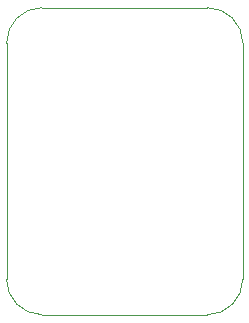
<source format=gbr>
G04 #@! TF.GenerationSoftware,KiCad,Pcbnew,7.0.8*
G04 #@! TF.CreationDate,2024-01-21T00:49:53-07:00*
G04 #@! TF.ProjectId,loadcelladapter,6c6f6164-6365-46c6-9c61-646170746572,v1*
G04 #@! TF.SameCoordinates,Original*
G04 #@! TF.FileFunction,Profile,NP*
%FSLAX46Y46*%
G04 Gerber Fmt 4.6, Leading zero omitted, Abs format (unit mm)*
G04 Created by KiCad (PCBNEW 7.0.8) date 2024-01-21 00:49:53*
%MOMM*%
%LPD*%
G01*
G04 APERTURE LIST*
G04 #@! TA.AperFunction,Profile*
%ADD10C,0.100000*%
G04 #@! TD*
G04 APERTURE END LIST*
D10*
X141000000Y-106000000D02*
X155000000Y-106000000D01*
X158000000Y-109000000D02*
X158000000Y-129000000D01*
X155000000Y-132000000D02*
X141000000Y-132000000D01*
X155000000Y-132000000D02*
G75*
G03*
X158000000Y-129000000I0J3000000D01*
G01*
X141000000Y-106000000D02*
G75*
G03*
X138000000Y-109000000I0J-3000000D01*
G01*
X138000000Y-129000000D02*
X138000000Y-109000000D01*
X158000000Y-109000000D02*
G75*
G03*
X155000000Y-106000000I-3000000J0D01*
G01*
X138000000Y-129000000D02*
G75*
G03*
X141000000Y-132000000I3000000J0D01*
G01*
M02*

</source>
